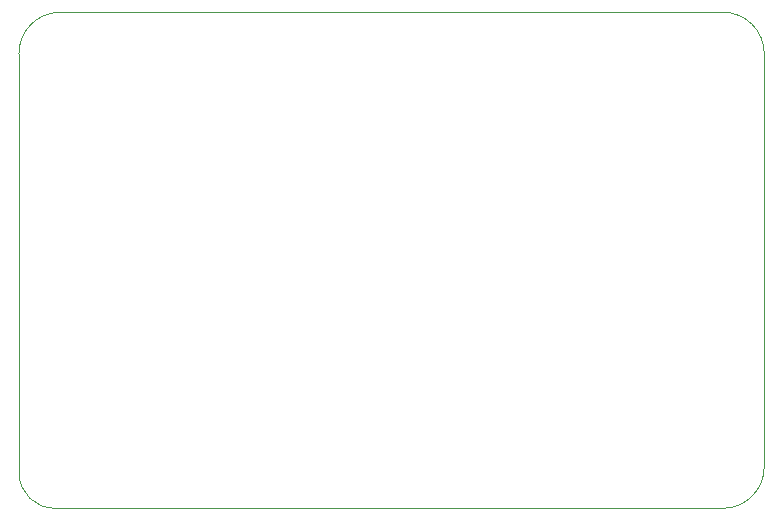
<source format=gbr>
%TF.GenerationSoftware,KiCad,Pcbnew,(5.1.9)-1*%
%TF.CreationDate,2021-01-19T18:40:37+01:00*%
%TF.ProjectId,Track-your-cat,54726163-6b2d-4796-9f75-722d6361742e,1*%
%TF.SameCoordinates,Original*%
%TF.FileFunction,Profile,NP*%
%FSLAX46Y46*%
G04 Gerber Fmt 4.6, Leading zero omitted, Abs format (unit mm)*
G04 Created by KiCad (PCBNEW (5.1.9)-1) date 2021-01-19 18:40:37*
%MOMM*%
%LPD*%
G01*
G04 APERTURE LIST*
%TA.AperFunction,Profile*%
%ADD10C,0.050000*%
%TD*%
G04 APERTURE END LIST*
D10*
X100200000Y-72300000D02*
G75*
G02*
X103700000Y-75800000I0J-3500000D01*
G01*
X43699944Y-114298335D02*
G75*
G02*
X40600000Y-111300000I-99944J2998335D01*
G01*
X40600000Y-75800000D02*
G75*
G02*
X44100000Y-72300000I3500000J0D01*
G01*
X103700000Y-110800000D02*
G75*
G02*
X100200000Y-114300000I-3500000J0D01*
G01*
X100200000Y-72300000D02*
X44100000Y-72300000D01*
X103700000Y-110800000D02*
X103700000Y-75800000D01*
X43700000Y-114300000D02*
X100200000Y-114300000D01*
X40600000Y-75800000D02*
X40600000Y-111300000D01*
M02*

</source>
